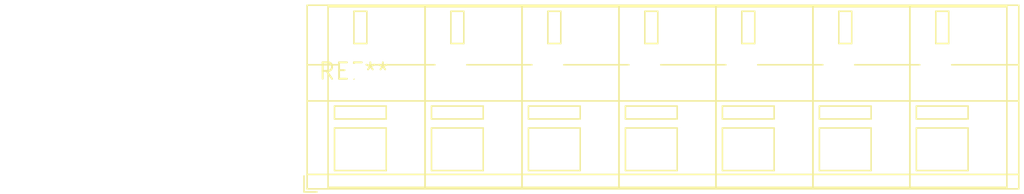
<source format=kicad_pcb>
(kicad_pcb (version 20240108) (generator pcbnew)
  (layers (0 "F.Cu" signal) (31 "B.Cu" signal) (34 "B.Paste" user) (35 "F.Paste" user) (36 "B.SilkS" user "B.Silkscreen") (37 "F.SilkS" user "F.Silkscreen") (38 "B.Mask" user) (39 "F.Mask" user) (44 "Edge.Cuts" user))
  (net 0 "")
  (footprint "TerminalBlock_WAGO_236-207_1x07_P7.50mm_45Degree" (layer "F.Cu") (at 0 0)
    (property "Reference" "REF**")
    (property "Value" "TerminalBlock_WAGO_236-207_1x07_P7.50mm_45Degree")
    (fp_line (start -3.86 8.12) (end -3.86 9.36) (layer "F.SilkS") (stroke (width 0.12)))
    (fp_line (start -3.86 9.36) (end -2.86 9.36) (layer "F.SilkS") (stroke (width 0.12)))
    (fp_line (start -3.62 -5.12) (end -3.62 9.12) (layer "F.SilkS") (stroke (width 0.12)))
    (fp_line (start -3.62 -5.12) (end 51.42 -5.12) (layer "F.SilkS") (stroke (width 0.12)))
    (fp_line (start -3.62 -0.5) (end -1.23 -0.5) (layer "F.SilkS") (stroke (width 0.12)))
    (fp_line (start -3.62 2.3) (end 51.42 2.3) (layer "F.SilkS") (stroke (width 0.12)))
    (fp_line (start -3.62 8) (end 51.42 8) (layer "F.SilkS") (stroke (width 0.12)))
    (fp_line (start -3.62 9.12) (end 51.42 9.12) (layer "F.SilkS") (stroke (width 0.12)))
    (fp_line (start -2 -5) (end -2 9) (layer "F.SilkS") (stroke (width 0.12)))
    (fp_line (start -2 -5) (end 5.5 -5) (layer "F.SilkS") (stroke (width 0.12)))
    (fp_line (start -2 9) (end 5.5 9) (layer "F.SilkS") (stroke (width 0.12)))
    (fp_line (start -1.5 2.7) (end -1.5 3.7) (layer "F.SilkS") (stroke (width 0.12)))
    (fp_line (start -1.5 2.7) (end 2.5 2.7) (layer "F.SilkS") (stroke (width 0.12)))
    (fp_line (start -1.5 3.7) (end 2.5 3.7) (layer "F.SilkS") (stroke (width 0.12)))
    (fp_line (start -1.5 4.4) (end -1.5 7.7) (layer "F.SilkS") (stroke (width 0.12)))
    (fp_line (start -1.5 4.4) (end 2.5 4.4) (layer "F.SilkS") (stroke (width 0.12)))
    (fp_line (start -1.5 7.7) (end 2.5 7.7) (layer "F.SilkS") (stroke (width 0.12)))
    (fp_line (start 0 -4.65) (end 0 -2.151) (layer "F.SilkS") (stroke (width 0.12)))
    (fp_line (start 0 -4.65) (end 1 -4.65) (layer "F.SilkS") (stroke (width 0.12)))
    (fp_line (start 0 -2.151) (end 1 -2.151) (layer "F.SilkS") (stroke (width 0.12)))
    (fp_line (start 1 -4.65) (end 1 -2.151) (layer "F.SilkS") (stroke (width 0.12)))
    (fp_line (start 1.23 -0.5) (end 6.27 -0.5) (layer "F.SilkS") (stroke (width 0.12)))
    (fp_line (start 2.5 2.7) (end 2.5 3.7) (layer "F.SilkS") (stroke (width 0.12)))
    (fp_line (start 2.5 4.4) (end 2.5 7.7) (layer "F.SilkS") (stroke (width 0.12)))
    (fp_line (start 5.5 -5) (end 5.5 9) (layer "F.SilkS") (stroke (width 0.12)))
    (fp_line (start 5.5 -5) (end 5.5 9) (layer "F.SilkS") (stroke (width 0.12)))
    (fp_line (start 5.5 -5) (end 13 -5) (layer "F.SilkS") (stroke (width 0.12)))
    (fp_line (start 5.5 9) (end 13 9) (layer "F.SilkS") (stroke (width 0.12)))
    (fp_line (start 6 2.7) (end 6 3.7) (layer "F.SilkS") (stroke (width 0.12)))
    (fp_line (start 6 2.7) (end 10 2.7) (layer "F.SilkS") (stroke (width 0.12)))
    (fp_line (start 6 3.7) (end 10 3.7) (layer "F.SilkS") (stroke (width 0.12)))
    (fp_line (start 6 4.4) (end 6 7.7) (layer "F.SilkS") (stroke (width 0.12)))
    (fp_line (start 6 4.4) (end 10 4.4) (layer "F.SilkS") (stroke (width 0.12)))
    (fp_line (start 6 7.7) (end 10 7.7) (layer "F.SilkS") (stroke (width 0.12)))
    (fp_line (start 7.5 -4.65) (end 7.5 -2.151) (layer "F.SilkS") (stroke (width 0.12)))
    (fp_line (start 7.5 -4.65) (end 8.5 -4.65) (layer "F.SilkS") (stroke (width 0.12)))
    (fp_line (start 7.5 -2.151) (end 8.5 -2.151) (layer "F.SilkS") (stroke (width 0.12)))
    (fp_line (start 8.5 -4.65) (end 8.5 -2.151) (layer "F.SilkS") (stroke (width 0.12)))
    (fp_line (start 8.73 -0.5) (end 13.77 -0.5) (layer "F.SilkS") (stroke (width 0.12)))
    (fp_line (start 10 2.7) (end 10 3.7) (layer "F.SilkS") (stroke (width 0.12)))
    (fp_line (start 10 4.4) (end 10 7.7) (layer "F.SilkS") (stroke (width 0.12)))
    (fp_line (start 13 -5) (end 13 9) (layer "F.SilkS") (stroke (width 0.12)))
    (fp_line (start 13 -5) (end 13 9) (layer "F.SilkS") (stroke (width 0.12)))
    (fp_line (start 13 -5) (end 20.5 -5) (layer "F.SilkS") (stroke (width 0.12)))
    (fp_line (start 13 9) (end 20.5 9) (layer "F.SilkS") (stroke (width 0.12)))
    (fp_line (start 13.5 2.7) (end 13.5 3.7) (layer "F.SilkS") (stroke (width 0.12)))
    (fp_line (start 13.5 2.7) (end 17.5 2.7) (layer "F.SilkS") (stroke (width 0.12)))
    (fp_line (start 13.5 3.7) (end 17.5 3.7) (layer "F.SilkS") (stroke (width 0.12)))
    (fp_line (start 13.5 4.4) (end 13.5 7.7) (layer "F.SilkS") (stroke (width 0.12)))
    (fp_line (start 13.5 4.4) (end 17.5 4.4) (layer "F.SilkS") (stroke (width 0.12)))
    (fp_line (start 13.5 7.7) (end 17.5 7.7) (layer "F.SilkS") (stroke (width 0.12)))
    (fp_line (start 15 -4.65) (end 15 -2.151) (layer "F.SilkS") (stroke (width 0.12)))
    (fp_line (start 15 -4.65) (end 16 -4.65) (layer "F.SilkS") (stroke (width 0.12)))
    (fp_line (start 15 -2.151) (end 16 -2.151) (layer "F.SilkS") (stroke (width 0.12)))
    (fp_line (start 16 -4.65) (end 16 -2.151) (layer "F.SilkS") (stroke (width 0.12)))
    (fp_line (start 16.23 -0.5) (end 21.27 -0.5) (layer "F.SilkS") (stroke (width 0.12)))
    (fp_line (start 17.5 2.7) (end 17.5 3.7) (layer "F.SilkS") (stroke (width 0.12)))
    (fp_line (start 17.5 4.4) (end 17.5 7.7) (layer "F.SilkS") (stroke (width 0.12)))
    (fp_line (start 20.5 -5) (end 20.5 9) (layer "F.SilkS") (stroke (width 0.12)))
    (fp_line (start 20.5 -5) (end 20.5 9) (layer "F.SilkS") (stroke (width 0.12)))
    (fp_line (start 20.5 -5) (end 28 -5) (layer "F.SilkS") (stroke (width 0.12)))
    (fp_line (start 20.5 9) (end 28 9) (layer "F.SilkS") (stroke (width 0.12)))
    (fp_line (start 21 2.7) (end 21 3.7) (layer "F.SilkS") (stroke (width 0.12)))
    (fp_line (start 21 2.7) (end 25 2.7) (layer "F.SilkS") (stroke (width 0.12)))
    (fp_line (start 21 3.7) (end 25 3.7) (layer "F.SilkS") (stroke (width 0.12)))
    (fp_line (start 21 4.4) (end 21 7.7) (layer "F.SilkS") (stroke (width 0.12)))
    (fp_line (start 21 4.4) (end 25 4.4) (layer "F.SilkS") (stroke (width 0.12)))
    (fp_line (start 21 7.7) (end 25 7.7) (layer "F.SilkS") (stroke (width 0.12)))
    (fp_line (start 22.5 -4.65) (end 22.5 -2.151) (layer "F.SilkS") (stroke (width 0.12)))
    (fp_line (start 22.5 -4.65) (end 23.5 -4.65) (layer "F.SilkS") (stroke (width 0.12)))
    (fp_line (start 22.5 -2.151) (end 23.5 -2.151) (layer "F.SilkS") (stroke (width 0.12)))
    (fp_line (start 23.5 -4.65) (end 23.5 -2.151) (layer "F.SilkS") (stroke (width 0.12)))
    (fp_line (start 23.73 -0.5) (end 28.77 -0.5) (layer "F.SilkS") (stroke (width 0.12)))
    (fp_line (start 25 2.7) (end 25 3.7) (layer "F.SilkS") (stroke (width 0.12)))
    (fp_line (start 25 4.4) (end 25 7.7) (layer "F.SilkS") (stroke (width 0.12)))
    (fp_line (start 28 -5) (end 28 9) (layer "F.SilkS") (stroke (width 0.12)))
    (fp_line (start 28 -5) (end 28 9) (layer "F.SilkS") (stroke (width 0.12)))
    (fp_line (start 28 -5) (end 35.5 -5) (layer "F.SilkS") (stroke (width 0.12)))
    (fp_line (start 28 9) (end 35.5 9) (layer "F.SilkS") (stroke (width 0.12)))
    (fp_line (start 28.5 2.7) (end 28.5 3.7) (layer "F.SilkS") (stroke (width 0.12)))
    (fp_line (start 28.5 2.7) (end 32.5 2.7) (layer "F.SilkS") (stroke (width 0.12)))
    (fp_line (start 28.5 3.7) (end 32.5 3.7) (layer "F.SilkS") (stroke (width 0.12)))
    (fp_line (start 28.5 4.4) (end 28.5 7.7) (layer "F.SilkS") (stroke (width 0.12)))
    (fp_line (start 28.5 4.4) (end 32.5 4.4) (layer "F.SilkS") (stroke (width 0.12)))
    (fp_line (start 28.5 7.7) (end 32.5 7.7) (layer "F.SilkS") (stroke (width 0.12)))
    (fp_line (start 30 -4.65) (end 30 -2.151) (layer "F.SilkS") (stroke (width 0.12)))
    (fp_line (start 30 -4.65) (end 31 -4.65) (layer "F.SilkS") (stroke (width 0.12)))
    (fp_line (start 30 -2.151) (end 31 -2.151) (layer "F.SilkS") (stroke (width 0.12)))
    (fp_line (start 31 -4.65) (end 31 -2.151) (layer "F.SilkS") (stroke (width 0.12)))
    (fp_line (start 31.23 -0.5) (end 36.27 -0.5) (layer "F.SilkS") (stroke (width 0.12)))
    (fp_line (start 32.5 2.7) (end 32.5 3.7) (layer "F.SilkS") (stroke (width 0.12)))
    (fp_line (start 32.5 4.4) (end 32.5 7.7) (layer "F.SilkS") (stroke (width 0.12)))
    (fp_line (start 35.5 -5) (end 35.5 9) (layer "F.SilkS") (stroke (width 0.12)))
    (fp_line (start 35.5 -5) (end 35.5 9) (layer "F.SilkS") (stroke (width 0.12)))
    (fp_line (start 35.5 -5) (end 43 -5) (layer "F.SilkS") (stroke (width 0.12)))
    (fp_line (start 35.5 9) (end 43 9) (layer "F.SilkS") (stroke (width 0.12)))
    (fp_line (start 36 2.7) (end 36 3.7) (layer "F.SilkS") (stroke (width 0.12)))
    (fp_line (start 36 2.7) (end 40 2.7) (layer "F.SilkS") (stroke (width 0.12)))
    (fp_line (start 36 3.7) (end 40 3.7) (layer "F.SilkS") (stroke (width 0.12)))
    (fp_line (start 36 4.4) (end 36 7.7) (layer "F.SilkS") (stroke (width 0.12)))
    (fp_line (start 36 4.4) (end 40 4.4) (layer "F.SilkS") (stroke (width 0.12)))
    (fp_line (start 36 7.7) (end 40 7.7) (layer "F.SilkS") (stroke (width 0.12)))
    (fp_line (start 37.5 -4.65) (end 37.5 -2.151) (layer "F.SilkS") (stroke (width 0.12)))
    (fp_line (start 37.5 -4.65) (end 38.5 -4.65) (layer "F.SilkS") (stroke (width 0.12)))
    (fp_line (start 37.5 -2.151) (end 38.5 -2.151) (layer "F.SilkS") (stroke (width 0.12)))
    (fp_line (start 38.5 -4.65) (end 38.5 -2.151) (layer "F.SilkS") (stroke (width 0.12)))
    (fp_line (start 38.73 -0.5) (end 43.77 -0.5) (layer "F.SilkS") (stroke (width 0.12)))
    (fp_line (start 40 2.7) (end 40 3.7) (layer "F.SilkS") (stroke (width 0.12)))
    (fp_line (start 40 4.4) (end 40 7.7) (layer "F.SilkS") (stroke (width 0.12)))
    (fp_line (start 43 -5) (end 43 9) (layer "F.SilkS") (stroke (width 0.12)))
    (fp_line (start 43 -5) (end 43 9) (layer "F.SilkS") (stroke (width 0.12)))
    (fp_line (start 43 -5) (end 50.5 -5) (layer "F.SilkS") (stroke (width 0.12)))
    (fp_line (start 43 9) (end 50.5 9) (layer "F.SilkS") (stroke (width 0.12)))
    (fp_line (start 43.5 2.7) (end 43.5 3.7) (layer "F.SilkS") (stroke (width 0.12)))
    (fp_line (start 43.5 2.7) (end 47.5 2.7) (layer "F.SilkS") (stroke (width 0.12)))
    (fp_line (start 43.5 3.7) (end 47.5 3.7) (layer "F.SilkS") (stroke (width 0.12)))
    (fp_line (start 43.5 4.4) (end 43.5 7.7) (layer "F.SilkS") (stroke (width 0.12)))
    (fp_line (start 43.5 4.4) (end 47.5 4.4) (layer "F.SilkS") (stroke (width 0.12)))
    (fp_line (start 43.5 7.7) (end 47.5 7.7) (layer "F.SilkS") (stroke (width 0.12)))
    (fp_line (start 45 -4.65) (end 45 -2.151) (layer "F.SilkS") (stroke (width 0.12)))
    (fp_line (start 45 -4.65) (end 46 -4.65) (layer "F.SilkS") (stroke (width 0.12)))
    (fp_line (start 45 -2.151) (end 46 -2.151) (layer "F.SilkS") (stroke (width 0.12)))
    (fp_line (start 46 -4.65) (end 46 -2.151) (layer "F.SilkS") (stroke (width 0.12)))
    (fp_line (start 46.23 -0.5) (end 51.42 -0.5) (layer "F.SilkS") (stroke (width 0.12)))
    (fp_line (start 47.5 2.7) (end 47.5 3.7) (layer "F.SilkS") (stroke (width 0.12)))
    (fp_line (start 47.5 4.4) (end 47.5 7.7) (layer "F.SilkS") (stroke (width 0.12)))
    (fp_line (start 50.5 -5) (end 50.5 9) (layer "F.SilkS") (stroke (width 0.12)))
    (fp_line (start 51.42 -5.12) (end 51.42 9.12) (layer "F.SilkS") (stroke (width 0.12)))
    (pad "1" thru_hole rect (at 0 0) (size 1.5 3) (drill 1.15) (layers *.Cu *.Mask) (remove_unused_layers))
    (pad "2" thru_hole oval (at 7.5 0) (size 1.5 3) (drill 1.15) (layers *.Cu *.Mask) (remove_unused_layers))
    (pad "3" thru_hole oval (at 15 0) (size 1.5 3) (drill 1.15) (layers *.Cu *.Mask) (remove_unused_layers))
    (pad "4" thru_hole oval (at 22.5 0) (size 1.5 3) (drill 1.15) (layers *.Cu *.Mask) (remove_unused_layers))
    (pad "5" thru_hole oval (at 30 0) (size 1.5 3) (drill 1.15) (layers *.Cu *.Mask) (remove_unused_layers))
    (pad "6" thru_hole oval (at 37.5 0) (size 1.5 3) (drill 1.15) (layers *.Cu *.Mask) (remove_unused_layers))
    (pad "7" thru_hole oval (at 45 0) (size 1.5 3) (drill 1.15) (layers *.Cu *.Mask) (remove_unused_layers))
  )
)
</source>
